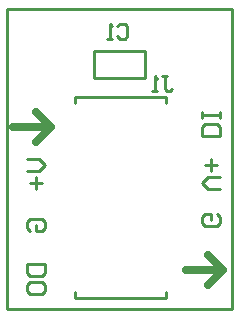
<source format=gbo>
%FSLAX25Y25*%
%MOIN*%
G70*
G01*
G75*
G04 Layer_Color=33789*
%ADD10P,0.08352X4X285.0*%
%ADD11P,0.08352X4X165.0*%
%ADD12R,0.05906X0.05906*%
%ADD13C,0.02500*%
%ADD14C,0.16500*%
%ADD15C,0.04000*%
%ADD16R,0.05000X0.08000*%
%ADD17R,0.17716X0.12205*%
%ADD18C,0.01000*%
D13*
X467000Y518100D02*
X472000Y513100D01*
X467000Y508100D02*
X472000Y513100D01*
X459500D02*
X472000D01*
X402000Y560600D02*
X414500D01*
X409500Y555600D02*
X414500Y560600D01*
X409500Y565600D02*
X414500Y560600D01*
D18*
X400000Y600000D02*
X475000D01*
Y500000D02*
Y600000D01*
X400000Y500000D02*
X475000D01*
X400000D02*
Y600000D01*
X428984Y576984D02*
X446016D01*
X428984D02*
Y586016D01*
X446016D01*
Y576984D02*
Y586016D01*
X453059Y503657D02*
Y505626D01*
X422547Y503657D02*
X453059D01*
X422547D02*
Y505626D01*
X453059Y568618D02*
Y570587D01*
X422547D02*
X453059D01*
X422547Y568618D02*
Y570587D01*
X436668Y594165D02*
X437501Y594998D01*
X439167D01*
X440000Y594165D01*
Y590833D01*
X439167Y590000D01*
X437501D01*
X436668Y590833D01*
X435002Y590000D02*
X433335D01*
X434169D01*
Y594998D01*
X435002Y594165D01*
X451668Y577498D02*
X453334D01*
X452501D01*
Y573333D01*
X453334Y572500D01*
X454167D01*
X455000Y573333D01*
X450002Y572500D02*
X448336D01*
X449169D01*
Y577498D01*
X450002Y576665D01*
X469998Y531499D02*
X470998Y530499D01*
Y528500D01*
X469998Y527500D01*
X466000D01*
X465000Y528500D01*
Y530499D01*
X466000Y531499D01*
X467999D01*
Y529499D01*
X470998Y557500D02*
X465000D01*
Y560499D01*
X466000Y561499D01*
X469998D01*
X470998Y560499D01*
Y557500D01*
Y563498D02*
Y565497D01*
Y564498D01*
X465000D01*
Y563498D01*
Y565497D01*
X406502Y550000D02*
X410501D01*
X412500Y548001D01*
X410501Y546001D01*
X406502D01*
X409501Y544002D02*
Y540003D01*
X407502Y542003D02*
X411500D01*
X406502Y515000D02*
X412500D01*
Y512001D01*
X411500Y511001D01*
X407502D01*
X406502Y512001D01*
Y515000D01*
Y506003D02*
Y508002D01*
X407502Y509002D01*
X411500D01*
X412500Y508002D01*
Y506003D01*
X411500Y505003D01*
X407502D01*
X406502Y506003D01*
X407502Y526001D02*
X406502Y527001D01*
Y529000D01*
X407502Y530000D01*
X411500D01*
X412500Y529000D01*
Y527001D01*
X411500Y526001D01*
X409501D01*
Y528001D01*
X470998Y540000D02*
X466999D01*
X465000Y541999D01*
X466999Y543999D01*
X470998D01*
X467999Y545998D02*
Y549997D01*
X469998Y547997D02*
X466000D01*
M02*

</source>
